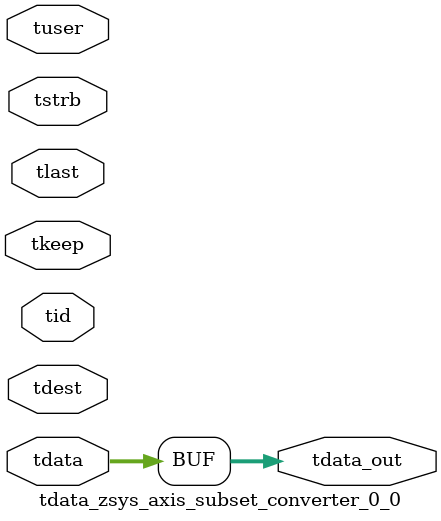
<source format=v>


`timescale 1ps/1ps

module tdata_zsys_axis_subset_converter_0_0 #
(
parameter C_S_AXIS_TDATA_WIDTH = 32,
parameter C_S_AXIS_TUSER_WIDTH = 0,
parameter C_S_AXIS_TID_WIDTH   = 0,
parameter C_S_AXIS_TDEST_WIDTH = 0,
parameter C_M_AXIS_TDATA_WIDTH = 32
)
(
input  [(C_S_AXIS_TDATA_WIDTH == 0 ? 1 : C_S_AXIS_TDATA_WIDTH)-1:0     ] tdata,
input  [(C_S_AXIS_TUSER_WIDTH == 0 ? 1 : C_S_AXIS_TUSER_WIDTH)-1:0     ] tuser,
input  [(C_S_AXIS_TID_WIDTH   == 0 ? 1 : C_S_AXIS_TID_WIDTH)-1:0       ] tid,
input  [(C_S_AXIS_TDEST_WIDTH == 0 ? 1 : C_S_AXIS_TDEST_WIDTH)-1:0     ] tdest,
input  [(C_S_AXIS_TDATA_WIDTH/8)-1:0 ] tkeep,
input  [(C_S_AXIS_TDATA_WIDTH/8)-1:0 ] tstrb,
input                                                                    tlast,
output [C_M_AXIS_TDATA_WIDTH-1:0] tdata_out
);

assign tdata_out = {tdata[31:0]};

endmodule


</source>
